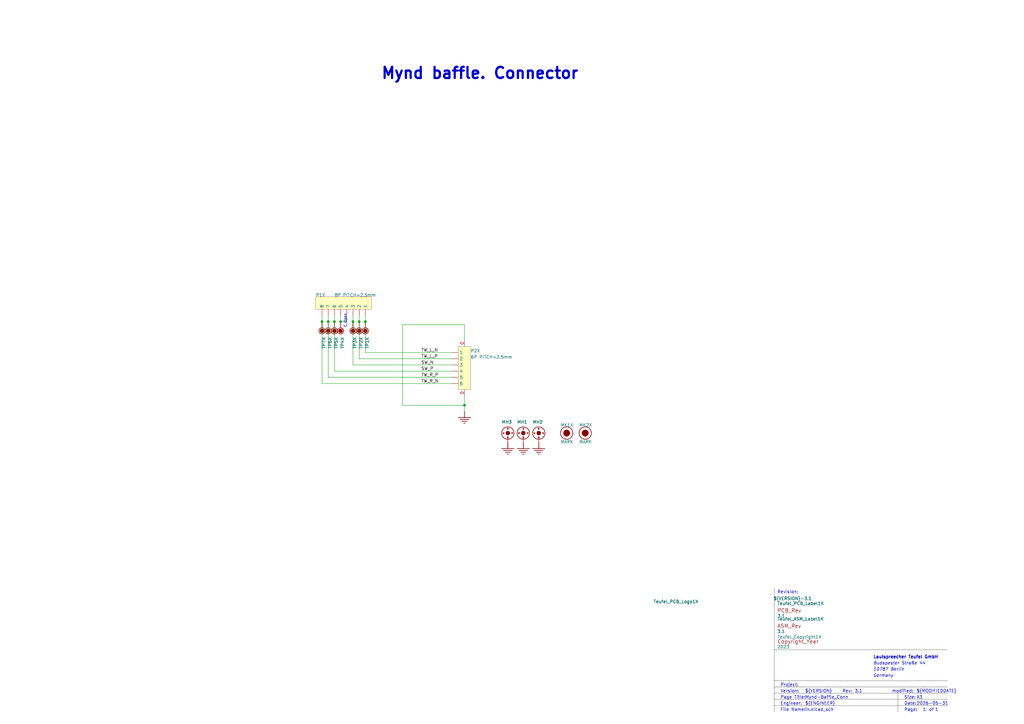
<source format=kicad_sch>
(kicad_sch
	(version 20231120)
	(generator "eeschema")
	(generator_version "8.0")
	(uuid "7a1a0072-acce-4832-9d24-052d912e4e84")
	(paper "A3")
	(title_block
		(title "Mynd-Baffle_Conn")
		(rev "3.1")
	)
	(lib_symbols
		(symbol "Mynd_Baffle-altium-import:GND_POWER_GROUND"
			(power)
			(exclude_from_sim no)
			(in_bom yes)
			(on_board yes)
			(property "Reference" "#PWR"
				(at 0 0 0)
				(effects
					(font
						(size 1.27 1.27)
					)
				)
			)
			(property "Value" "GND"
				(at 0 6.35 0)
				(effects
					(font
						(size 1.27 1.27)
					)
				)
			)
			(property "Footprint" ""
				(at 0 0 0)
				(effects
					(font
						(size 1.27 1.27)
					)
					(hide yes)
				)
			)
			(property "Datasheet" ""
				(at 0 0 0)
				(effects
					(font
						(size 1.27 1.27)
					)
					(hide yes)
				)
			)
			(property "Description" "Spannungssymbol erstellt einen globalen Bezeichner mit Namen \"GND\""
				(at 0 0 0)
				(effects
					(font
						(size 1.27 1.27)
					)
					(hide yes)
				)
			)
			(property "ki_keywords" "power-flag"
				(at 0 0 0)
				(effects
					(font
						(size 1.27 1.27)
					)
					(hide yes)
				)
			)
			(symbol "GND_POWER_GROUND_0_0"
				(polyline
					(pts
						(xy -2.54 -2.54) (xy 2.54 -2.54)
					)
					(stroke
						(width 0.254)
						(type solid)
					)
					(fill
						(type none)
					)
				)
				(polyline
					(pts
						(xy -1.778 -3.302) (xy 1.778 -3.302)
					)
					(stroke
						(width 0.254)
						(type solid)
					)
					(fill
						(type none)
					)
				)
				(polyline
					(pts
						(xy -1.016 -4.064) (xy 1.016 -4.064)
					)
					(stroke
						(width 0.254)
						(type solid)
					)
					(fill
						(type none)
					)
				)
				(polyline
					(pts
						(xy -0.254 -4.826) (xy 0.254 -4.826)
					)
					(stroke
						(width 0.254)
						(type solid)
					)
					(fill
						(type none)
					)
				)
				(polyline
					(pts
						(xy 0 0) (xy 0 -2.54)
					)
					(stroke
						(width 0.254)
						(type solid)
					)
					(fill
						(type none)
					)
				)
				(pin power_in line
					(at 0 0 0)
					(length 0) hide
					(name "GND"
						(effects
							(font
								(size 1.27 1.27)
							)
						)
					)
					(number ""
						(effects
							(font
								(size 1.27 1.27)
							)
						)
					)
				)
			)
		)
		(symbol "Mynd_Baffle-altium-import:root_0_MARK"
			(exclude_from_sim no)
			(in_bom yes)
			(on_board yes)
			(property "Reference" ""
				(at 0 0 0)
				(effects
					(font
						(size 1.27 1.27)
					)
				)
			)
			(property "Value" ""
				(at 0 0 0)
				(effects
					(font
						(size 1.27 1.27)
					)
				)
			)
			(property "Footprint" ""
				(at 0 0 0)
				(effects
					(font
						(size 1.27 1.27)
					)
					(hide yes)
				)
			)
			(property "Datasheet" ""
				(at 0 0 0)
				(effects
					(font
						(size 1.27 1.27)
					)
					(hide yes)
				)
			)
			(property "Description" "MARK DOT"
				(at 0 0 0)
				(effects
					(font
						(size 1.27 1.27)
					)
					(hide yes)
				)
			)
			(property "ki_fp_filters" "*MARK*"
				(at 0 0 0)
				(effects
					(font
						(size 1.27 1.27)
					)
					(hide yes)
				)
			)
			(symbol "root_0_MARK_1_0"
				(circle
					(center 0 0)
					(radius 1.27)
					(stroke
						(width 0.254)
						(type solid)
					)
					(fill
						(type outline)
					)
				)
				(circle
					(center 0 0)
					(radius 2.54)
					(stroke
						(width 0.254)
						(type solid)
					)
					(fill
						(type none)
					)
				)
				(pin passive line
					(at 1.27 0 180)
					(length 1.27)
					(name "MK_B"
						(effects
							(font
								(size 0 0)
							)
						)
					)
					(number "MK_B"
						(effects
							(font
								(size 0 0)
							)
						)
					)
				)
				(pin passive line
					(at -1.27 0 0)
					(length 1.27)
					(name "MK_T"
						(effects
							(font
								(size 0 0)
							)
						)
					)
					(number "MK_T"
						(effects
							(font
								(size 0 0)
							)
						)
					)
				)
			)
		)
		(symbol "Mynd_Baffle-altium-import:root_0_Teufel NoLogo"
			(exclude_from_sim no)
			(in_bom yes)
			(on_board yes)
			(property "Reference" ""
				(at 0 0 0)
				(effects
					(font
						(size 1.27 1.27)
					)
				)
			)
			(property "Value" ""
				(at 0 0 0)
				(effects
					(font
						(size 1.27 1.27)
					)
				)
			)
			(property "Footprint" ""
				(at 0 0 0)
				(effects
					(font
						(size 1.27 1.27)
					)
					(hide yes)
				)
			)
			(property "Datasheet" ""
				(at 0 0 0)
				(effects
					(font
						(size 1.27 1.27)
					)
					(hide yes)
				)
			)
			(property "Description" "Teufel PCB NoLogo"
				(at 0 0 0)
				(effects
					(font
						(size 1.27 1.27)
					)
					(hide yes)
				)
			)
			(property "ki_fp_filters" "*Teufel_NoLogo*"
				(at 0 0 0)
				(effects
					(font
						(size 1.27 1.27)
					)
					(hide yes)
				)
			)
		)
		(symbol "Mynd_Baffle-altium-import:root_0_Teufel_ASM_Label"
			(exclude_from_sim no)
			(in_bom yes)
			(on_board yes)
			(property "Reference" ""
				(at 0 0 0)
				(effects
					(font
						(size 1.27 1.27)
					)
				)
			)
			(property "Value" ""
				(at 0 0 0)
				(effects
					(font
						(size 1.27 1.27)
					)
				)
			)
			(property "Footprint" ""
				(at 0 0 0)
				(effects
					(font
						(size 1.27 1.27)
					)
					(hide yes)
				)
			)
			(property "Datasheet" ""
				(at 0 0 0)
				(effects
					(font
						(size 1.27 1.27)
					)
					(hide yes)
				)
			)
			(property "Description" "Teufel_ASM_Rev"
				(at 0 0 0)
				(effects
					(font
						(size 1.27 1.27)
					)
					(hide yes)
				)
			)
			(property "ki_fp_filters" "*Teufel_ASM_Rev*"
				(at 0 0 0)
				(effects
					(font
						(size 1.27 1.27)
					)
					(hide yes)
				)
			)
			(symbol "root_0_Teufel_ASM_Label_1_0"
				(text "ASM_Rev"
					(at 0 0 0)
					(effects
						(font
							(size 1.524 1.524)
						)
						(justify left bottom)
					)
				)
			)
		)
		(symbol "Mynd_Baffle-altium-import:root_0_Teufel_Copyright"
			(exclude_from_sim no)
			(in_bom yes)
			(on_board yes)
			(property "Reference" ""
				(at 0 0 0)
				(effects
					(font
						(size 1.27 1.27)
					)
				)
			)
			(property "Value" ""
				(at 0 0 0)
				(effects
					(font
						(size 1.27 1.27)
					)
				)
			)
			(property "Footprint" ""
				(at 0 0 0)
				(effects
					(font
						(size 1.27 1.27)
					)
					(hide yes)
				)
			)
			(property "Datasheet" ""
				(at 0 0 0)
				(effects
					(font
						(size 1.27 1.27)
					)
					(hide yes)
				)
			)
			(property "Description" "Teufel_Copyright_Year"
				(at 0 0 0)
				(effects
					(font
						(size 1.27 1.27)
					)
					(hide yes)
				)
			)
			(property "ki_fp_filters" "*TEUFEL_COPYRIGHT*"
				(at 0 0 0)
				(effects
					(font
						(size 1.27 1.27)
					)
					(hide yes)
				)
			)
			(symbol "root_0_Teufel_Copyright_1_0"
				(text "Copyright_Year"
					(at 0 0 0)
					(effects
						(font
							(size 1.524 1.524)
						)
						(justify left bottom)
					)
				)
			)
		)
		(symbol "Mynd_Baffle-altium-import:root_0_Teufel_PCB_Label"
			(exclude_from_sim no)
			(in_bom yes)
			(on_board yes)
			(property "Reference" ""
				(at 0 0 0)
				(effects
					(font
						(size 1.27 1.27)
					)
				)
			)
			(property "Value" ""
				(at 0 0 0)
				(effects
					(font
						(size 1.27 1.27)
					)
				)
			)
			(property "Footprint" ""
				(at 0 0 0)
				(effects
					(font
						(size 1.27 1.27)
					)
					(hide yes)
				)
			)
			(property "Datasheet" ""
				(at 0 0 0)
				(effects
					(font
						(size 1.27 1.27)
					)
					(hide yes)
				)
			)
			(property "Description" "Teufel_PCB_Label"
				(at 0 0 0)
				(effects
					(font
						(size 1.27 1.27)
					)
					(hide yes)
				)
			)
			(property "ki_fp_filters" "*Teufel_PCB_Rev*"
				(at 0 0 0)
				(effects
					(font
						(size 1.27 1.27)
					)
					(hide yes)
				)
			)
			(symbol "root_0_Teufel_PCB_Label_1_0"
				(text "PCB_Rev"
					(at 0 0 0)
					(effects
						(font
							(size 1.524 1.524)
						)
						(justify left bottom)
					)
				)
			)
		)
		(symbol "Mynd_Baffle-altium-import:root_0_mirrored_CON 6P_F"
			(exclude_from_sim no)
			(in_bom yes)
			(on_board yes)
			(property "Reference" ""
				(at 0 0 0)
				(effects
					(font
						(size 1.27 1.27)
					)
				)
			)
			(property "Value" ""
				(at 0 0 0)
				(effects
					(font
						(size 1.27 1.27)
					)
				)
			)
			(property "Footprint" ""
				(at 0 0 0)
				(effects
					(font
						(size 1.27 1.27)
					)
					(hide yes)
				)
			)
			(property "Datasheet" ""
				(at 0 0 0)
				(effects
					(font
						(size 1.27 1.27)
					)
					(hide yes)
				)
			)
			(property "Description" "GS SMD WTB CONNECTOR 6P P2.5mm"
				(at 0 0 0)
				(effects
					(font
						(size 1.27 1.27)
					)
					(hide yes)
				)
			)
			(property "ki_fp_filters" "*CON_250_SMD_V_6P*"
				(at 0 0 0)
				(effects
					(font
						(size 1.27 1.27)
					)
					(hide yes)
				)
			)
			(symbol "root_0_mirrored_CON 6P_F_1_0"
				(rectangle
					(start 0 0)
					(end -5.08 -17.78)
					(stroke
						(width 0.0254)
						(type solid)
						(color 128 0 0 1)
					)
					(fill
						(type background)
					)
				)
				(pin passive line
					(at -2.54 -20.32 90)
					(length 2.54)
					(name "0"
						(effects
							(font
								(size 0 0)
							)
						)
					)
					(number "0"
						(effects
							(font
								(size 1.27 1.27)
							)
						)
					)
				)
				(pin passive line
					(at -2.54 2.54 270)
					(length 2.54)
					(name "0"
						(effects
							(font
								(size 0 0)
							)
						)
					)
					(number "0"
						(effects
							(font
								(size 1.27 1.27)
							)
						)
					)
				)
				(pin passive line
					(at -7.62 -2.54 0)
					(length 2.54)
					(name "1"
						(effects
							(font
								(size 1.27 1.27)
							)
						)
					)
					(number "1"
						(effects
							(font
								(size 0 0)
							)
						)
					)
				)
				(pin passive line
					(at -7.62 -5.08 0)
					(length 2.54)
					(name "2"
						(effects
							(font
								(size 1.27 1.27)
							)
						)
					)
					(number "2"
						(effects
							(font
								(size 0 0)
							)
						)
					)
				)
				(pin passive line
					(at -7.62 -7.62 0)
					(length 2.54)
					(name "3"
						(effects
							(font
								(size 1.27 1.27)
							)
						)
					)
					(number "3"
						(effects
							(font
								(size 0 0)
							)
						)
					)
				)
				(pin passive line
					(at -7.62 -10.16 0)
					(length 2.54)
					(name "4"
						(effects
							(font
								(size 1.27 1.27)
							)
						)
					)
					(number "4"
						(effects
							(font
								(size 0 0)
							)
						)
					)
				)
				(pin passive line
					(at -7.62 -12.7 0)
					(length 2.54)
					(name "5"
						(effects
							(font
								(size 1.27 1.27)
							)
						)
					)
					(number "5"
						(effects
							(font
								(size 0 0)
							)
						)
					)
				)
				(pin passive line
					(at -7.62 -15.24 0)
					(length 2.54)
					(name "6"
						(effects
							(font
								(size 1.27 1.27)
							)
						)
					)
					(number "6"
						(effects
							(font
								(size 0 0)
							)
						)
					)
				)
			)
		)
		(symbol "Mynd_Baffle-altium-import:root_1_SCREW_HOLE"
			(exclude_from_sim no)
			(in_bom yes)
			(on_board yes)
			(property "Reference" ""
				(at 0 0 0)
				(effects
					(font
						(size 1.27 1.27)
					)
				)
			)
			(property "Value" ""
				(at 0 0 0)
				(effects
					(font
						(size 1.27 1.27)
					)
				)
			)
			(property "Footprint" ""
				(at 0 0 0)
				(effects
					(font
						(size 1.27 1.27)
					)
					(hide yes)
				)
			)
			(property "Datasheet" ""
				(at 0 0 0)
				(effects
					(font
						(size 1.27 1.27)
					)
					(hide yes)
				)
			)
			(property "Description" "SCREW_HOLE D3.5mm"
				(at 0 0 0)
				(effects
					(font
						(size 1.27 1.27)
					)
					(hide yes)
				)
			)
			(property "ki_fp_filters" "*SCREW_D35*"
				(at 0 0 0)
				(effects
					(font
						(size 1.27 1.27)
					)
					(hide yes)
				)
			)
			(symbol "root_1_SCREW_HOLE_1_0"
				(bezier
					(pts
						(xy -2.032 3.81) (xy -2.032 3.7398) (xy -1.9183 3.683) (xy -1.778 3.683)
					)
					(stroke
						(width 0.254)
						(type solid)
					)
					(fill
						(type outline)
					)
				)
				(bezier
					(pts
						(xy -1.778 3.683) (xy -1.6378 3.683) (xy -1.524 3.7398) (xy -1.524 3.81)
					)
					(stroke
						(width 0.254)
						(type solid)
					)
					(fill
						(type outline)
					)
				)
				(bezier
					(pts
						(xy -1.778 3.937) (xy -1.9183 3.937) (xy -2.032 3.8801) (xy -2.032 3.81)
					)
					(stroke
						(width 0.254)
						(type solid)
					)
					(fill
						(type outline)
					)
				)
				(bezier
					(pts
						(xy -1.524 3.81) (xy -1.524 3.8801) (xy -1.6378 3.937) (xy -1.778 3.937)
					)
					(stroke
						(width 0.254)
						(type solid)
					)
					(fill
						(type outline)
					)
				)
				(bezier
					(pts
						(xy -0.127 2.032) (xy -0.127 1.8917) (xy -0.0702 1.778) (xy 0 1.778)
					)
					(stroke
						(width 0.254)
						(type solid)
					)
					(fill
						(type outline)
					)
				)
				(bezier
					(pts
						(xy -0.127 5.588) (xy -0.127 5.4477) (xy -0.0702 5.334) (xy 0 5.334)
					)
					(stroke
						(width 0.254)
						(type solid)
					)
					(fill
						(type outline)
					)
				)
				(polyline
					(pts
						(xy -1.524 3.81) (xy -1.778 3.937) (xy -2.032 3.81) (xy -1.778 3.683) (xy -1.524 3.81)
					)
					(stroke
						(width -0.0001)
						(type default)
					)
					(fill
						(type outline)
					)
				)
				(polyline
					(pts
						(xy 0.127 2.032) (xy 0 2.286) (xy -0.127 2.032) (xy 0 1.778) (xy 0.127 2.032)
					)
					(stroke
						(width -0.0001)
						(type default)
					)
					(fill
						(type outline)
					)
				)
				(polyline
					(pts
						(xy 0.127 5.588) (xy 0 5.842) (xy -0.127 5.588) (xy 0 5.334) (xy 0.127 5.588)
					)
					(stroke
						(width -0.0001)
						(type default)
					)
					(fill
						(type outline)
					)
				)
				(polyline
					(pts
						(xy 2.032 3.81) (xy 1.778 3.937) (xy 1.524 3.81) (xy 1.778 3.683) (xy 2.032 3.81)
					)
					(stroke
						(width -0.0001)
						(type default)
					)
					(fill
						(type outline)
					)
				)
				(bezier
					(pts
						(xy 0 1.778) (xy 0.0701 1.778) (xy 0.127 1.8917) (xy 0.127 2.032)
					)
					(stroke
						(width 0.254)
						(type solid)
					)
					(fill
						(type outline)
					)
				)
				(bezier
					(pts
						(xy 0 2.286) (xy -0.0702 2.286) (xy -0.127 2.1722) (xy -0.127 2.032)
					)
					(stroke
						(width 0.254)
						(type solid)
					)
					(fill
						(type outline)
					)
				)
				(circle
					(center 0 3.81)
					(radius 0.762)
					(stroke
						(width 0.254)
						(type solid)
					)
					(fill
						(type outline)
					)
				)
				(circle
					(center 0 3.81)
					(radius 2.54)
					(stroke
						(width 0.254)
						(type solid)
					)
					(fill
						(type none)
					)
				)
				(bezier
					(pts
						(xy 0 5.334) (xy 0.0701 5.334) (xy 0.127 5.4477) (xy 0.127 5.588)
					)
					(stroke
						(width 0.254)
						(type solid)
					)
					(fill
						(type outline)
					)
				)
				(bezier
					(pts
						(xy 0 5.842) (xy -0.0702 5.842) (xy -0.127 5.7282) (xy -0.127 5.588)
					)
					(stroke
						(width 0.254)
						(type solid)
					)
					(fill
						(type outline)
					)
				)
				(bezier
					(pts
						(xy 0.127 2.032) (xy 0.127 2.1722) (xy 0.0701 2.286) (xy 0 2.286)
					)
					(stroke
						(width 0.254)
						(type solid)
					)
					(fill
						(type outline)
					)
				)
				(bezier
					(pts
						(xy 0.127 5.588) (xy 0.127 5.7282) (xy 0.0701 5.842) (xy 0 5.842)
					)
					(stroke
						(width 0.254)
						(type solid)
					)
					(fill
						(type outline)
					)
				)
				(bezier
					(pts
						(xy 1.524 3.81) (xy 1.524 3.7398) (xy 1.6377 3.683) (xy 1.778 3.683)
					)
					(stroke
						(width 0.254)
						(type solid)
					)
					(fill
						(type outline)
					)
				)
				(bezier
					(pts
						(xy 1.778 3.683) (xy 1.9182 3.683) (xy 2.032 3.7398) (xy 2.032 3.81)
					)
					(stroke
						(width 0.254)
						(type solid)
					)
					(fill
						(type outline)
					)
				)
				(bezier
					(pts
						(xy 1.778 3.937) (xy 1.6377 3.937) (xy 1.524 3.8801) (xy 1.524 3.81)
					)
					(stroke
						(width 0.254)
						(type solid)
					)
					(fill
						(type outline)
					)
				)
				(bezier
					(pts
						(xy 2.032 3.81) (xy 2.032 3.8801) (xy 1.9182 3.937) (xy 1.778 3.937)
					)
					(stroke
						(width 0.254)
						(type solid)
					)
					(fill
						(type outline)
					)
				)
				(pin passive line
					(at 0 0 90)
					(length 2.54)
					(name "1"
						(effects
							(font
								(size 0 0)
							)
						)
					)
					(number "1"
						(effects
							(font
								(size 0 0)
							)
						)
					)
				)
			)
		)
		(symbol "Mynd_Baffle-altium-import:root_3_CON 8P"
			(exclude_from_sim no)
			(in_bom yes)
			(on_board yes)
			(property "Reference" ""
				(at 0 0 0)
				(effects
					(font
						(size 1.27 1.27)
					)
				)
			)
			(property "Value" ""
				(at 0 0 0)
				(effects
					(font
						(size 1.27 1.27)
					)
				)
			)
			(property "Footprint" ""
				(at 0 0 0)
				(effects
					(font
						(size 1.27 1.27)
					)
					(hide yes)
				)
			)
			(property "Datasheet" ""
				(at 0 0 0)
				(effects
					(font
						(size 1.27 1.27)
					)
					(hide yes)
				)
			)
			(property "Description" "SMD BTB CONNECTOR 8P P2.5mm GOLD"
				(at 0 0 0)
				(effects
					(font
						(size 1.27 1.27)
					)
					(hide yes)
				)
			)
			(property "ki_fp_filters" "*TSB1_05282*"
				(at 0 0 0)
				(effects
					(font
						(size 1.27 1.27)
					)
					(hide yes)
				)
			)
			(symbol "root_3_CON 8P_1_0"
				(rectangle
					(start 0 0)
					(end -22.86 -5.08)
					(stroke
						(width 0.0254)
						(type solid)
						(color 128 0 0 1)
					)
					(fill
						(type background)
					)
				)
				(pin passive line
					(at -2.54 -7.62 90)
					(length 2.54)
					(name "1"
						(effects
							(font
								(size 1.27 1.27)
							)
						)
					)
					(number "1"
						(effects
							(font
								(size 0 0)
							)
						)
					)
				)
				(pin passive line
					(at -5.08 -7.62 90)
					(length 2.54)
					(name "2"
						(effects
							(font
								(size 1.27 1.27)
							)
						)
					)
					(number "2"
						(effects
							(font
								(size 0 0)
							)
						)
					)
				)
				(pin passive line
					(at -7.62 -7.62 90)
					(length 2.54)
					(name "3"
						(effects
							(font
								(size 1.27 1.27)
							)
						)
					)
					(number "3"
						(effects
							(font
								(size 0 0)
							)
						)
					)
				)
				(pin passive line
					(at -10.16 -7.62 90)
					(length 2.54)
					(name "4"
						(effects
							(font
								(size 1.27 1.27)
							)
						)
					)
					(number "4"
						(effects
							(font
								(size 0 0)
							)
						)
					)
				)
				(pin passive line
					(at -12.7 -7.62 90)
					(length 2.54)
					(name "5"
						(effects
							(font
								(size 1.27 1.27)
							)
						)
					)
					(number "5"
						(effects
							(font
								(size 0 0)
							)
						)
					)
				)
				(pin passive line
					(at -15.24 -7.62 90)
					(length 2.54)
					(name "6"
						(effects
							(font
								(size 1.27 1.27)
							)
						)
					)
					(number "6"
						(effects
							(font
								(size 0 0)
							)
						)
					)
				)
				(pin passive line
					(at -17.78 -7.62 90)
					(length 2.54)
					(name "7"
						(effects
							(font
								(size 1.27 1.27)
							)
						)
					)
					(number "7"
						(effects
							(font
								(size 0 0)
							)
						)
					)
				)
				(pin passive line
					(at -20.32 -7.62 90)
					(length 2.54)
					(name "8"
						(effects
							(font
								(size 1.27 1.27)
							)
						)
					)
					(number "8"
						(effects
							(font
								(size 0 0)
							)
						)
					)
				)
			)
		)
		(symbol "Mynd_Baffle-altium-import:root_3_TP"
			(exclude_from_sim no)
			(in_bom yes)
			(on_board yes)
			(property "Reference" ""
				(at 0 0 0)
				(effects
					(font
						(size 1.27 1.27)
					)
				)
			)
			(property "Value" ""
				(at 0 0 0)
				(effects
					(font
						(size 1.27 1.27)
					)
				)
			)
			(property "Footprint" ""
				(at 0 0 0)
				(effects
					(font
						(size 1.27 1.27)
					)
					(hide yes)
				)
			)
			(property "Datasheet" ""
				(at 0 0 0)
				(effects
					(font
						(size 1.27 1.27)
					)
					(hide yes)
				)
			)
			(property "Description" "Test Point"
				(at 0 0 0)
				(effects
					(font
						(size 1.27 1.27)
					)
					(hide yes)
				)
			)
			(property "ki_fp_filters" "*TP120*"
				(at 0 0 0)
				(effects
					(font
						(size 1.27 1.27)
					)
					(hide yes)
				)
			)
			(symbol "root_3_TP_1_0"
				(circle
					(center 0 -3.81)
					(radius 0.762)
					(stroke
						(width 0.254)
						(type solid)
					)
					(fill
						(type outline)
					)
				)
				(circle
					(center 0 -3.81)
					(radius 1.27)
					(stroke
						(width 0.254)
						(type solid)
					)
					(fill
						(type none)
					)
				)
				(pin passive line
					(at 0 0 270)
					(length 2.54)
					(name "1"
						(effects
							(font
								(size 0 0)
							)
						)
					)
					(number "1"
						(effects
							(font
								(size 0 0)
							)
						)
					)
				)
			)
		)
	)
	(junction
		(at 134.62 131.9022)
		(diameter 0)
		(color 0 0 0 0)
		(uuid "177d1db5-4059-441b-9e31-a30d7833527e")
	)
	(junction
		(at 139.7 131.9022)
		(diameter 0)
		(color 0 0 0 0)
		(uuid "26bd77ab-c1f3-4eee-9021-b46eef69efa5")
	)
	(junction
		(at 190.5 166.1922)
		(diameter 0)
		(color 0 0 0 0)
		(uuid "27cb47c6-b222-4f32-9bd0-af95e0680f8a")
	)
	(junction
		(at 132.08 131.9022)
		(diameter 0)
		(color 0 0 0 0)
		(uuid "480b3b80-3bd2-42cb-8ac7-d2a959494c2a")
	)
	(junction
		(at 149.86 131.9022)
		(diameter 0)
		(color 0 0 0 0)
		(uuid "85a61743-69bc-48a3-a6c1-e0f2c9366c80")
	)
	(junction
		(at 147.32 131.9022)
		(diameter 0)
		(color 0 0 0 0)
		(uuid "a1e06718-ed08-4507-9514-8974734aaa82")
	)
	(junction
		(at 137.16 131.9022)
		(diameter 0)
		(color 0 0 0 0)
		(uuid "c5ddb8fa-0cec-4612-af4c-87df844f2bad")
	)
	(junction
		(at 144.78 131.9022)
		(diameter 0)
		(color 0 0 0 0)
		(uuid "edf0598a-5a48-4686-ae14-bb9cc1092a6f")
	)
	(wire
		(pts
			(xy 142.24 131.9022) (xy 139.7 131.9022)
		)
		(stroke
			(width 0)
			(type default)
		)
		(uuid "06f6e834-9537-4096-8da5-4ca8b8a506ef")
	)
	(polyline
		(pts
			(xy 317.5 266.5222) (xy 317.5 241.1222)
		)
		(stroke
			(width 0.0254)
			(type solid)
			(color 0 0 0 1)
		)
		(uuid "08ee9a95-6488-469f-b674-15c0e4e04fbf")
	)
	(wire
		(pts
			(xy 165.1 133.1722) (xy 165.1 166.1922)
		)
		(stroke
			(width 0)
			(type default)
		)
		(uuid "1379ec02-02be-4102-b149-8607e916b7c8")
	)
	(polyline
		(pts
			(xy 317.5 289.3822) (xy 388.62 289.3822)
		)
		(stroke
			(width 0.0254)
			(type solid)
			(color 0 0 0 1)
		)
		(uuid "140e5f13-2c77-4780-8309-a476000e3072")
	)
	(wire
		(pts
			(xy 137.16 129.3622) (xy 137.16 131.9022)
		)
		(stroke
			(width 0)
			(type default)
		)
		(uuid "1574685d-73e6-4398-b5b4-19e22abf7dfe")
	)
	(polyline
		(pts
			(xy 317.5 279.2222) (xy 388.62 279.2222)
		)
		(stroke
			(width 0.0254)
			(type solid)
			(color 0 0 0 1)
		)
		(uuid "19c31a9f-95da-46fb-b8d4-6ab35c16b458")
	)
	(wire
		(pts
			(xy 185.42 154.7622) (xy 134.62 154.7622)
		)
		(stroke
			(width 0)
			(type default)
		)
		(uuid "24523e24-0496-4f86-9a98-2f13b80bb1b4")
	)
	(wire
		(pts
			(xy 185.42 149.6822) (xy 144.78 149.6822)
		)
		(stroke
			(width 0)
			(type default)
		)
		(uuid "24ac47a4-360e-4cb6-8015-88101941ae41")
	)
	(wire
		(pts
			(xy 185.42 147.1422) (xy 147.32 147.1422)
		)
		(stroke
			(width 0)
			(type default)
		)
		(uuid "250f6fed-2406-4c20-a734-062cb637954b")
	)
	(wire
		(pts
			(xy 149.86 129.3622) (xy 149.86 131.9022)
		)
		(stroke
			(width 0)
			(type default)
		)
		(uuid "34677a0d-a65b-4159-8086-c01ddbdf03de")
	)
	(wire
		(pts
			(xy 134.62 131.9022) (xy 134.62 129.3622)
		)
		(stroke
			(width 0)
			(type default)
		)
		(uuid "3b004032-8a26-4799-a00b-a90281d06b01")
	)
	(wire
		(pts
			(xy 190.5 139.5222) (xy 190.5 133.1722)
		)
		(stroke
			(width 0)
			(type default)
		)
		(uuid "3ef166ef-400d-4565-a080-457247c451b6")
	)
	(wire
		(pts
			(xy 144.78 131.9022) (xy 144.78 129.3622)
		)
		(stroke
			(width 0)
			(type default)
		)
		(uuid "4cfcbffb-212a-4852-b0f1-19a7690133c7")
	)
	(wire
		(pts
			(xy 165.1 166.1922) (xy 190.5 166.1922)
		)
		(stroke
			(width 0)
			(type default)
		)
		(uuid "5202c1df-83d6-4fd2-8b4e-0c5e9b5b16c0")
	)
	(wire
		(pts
			(xy 142.24 129.3622) (xy 142.24 131.9022)
		)
		(stroke
			(width 0)
			(type default)
		)
		(uuid "5a0a0c5c-2007-406d-a4c2-9d0306a16aec")
	)
	(wire
		(pts
			(xy 149.86 131.9022) (xy 149.86 144.6022)
		)
		(stroke
			(width 0)
			(type default)
		)
		(uuid "5ca0f820-6e6a-4443-a37b-51605c24837a")
	)
	(wire
		(pts
			(xy 132.08 157.3022) (xy 185.42 157.3022)
		)
		(stroke
			(width 0)
			(type default)
		)
		(uuid "60952a68-a31a-4053-92e0-f83e7a2f1108")
	)
	(wire
		(pts
			(xy 190.5 133.1722) (xy 165.1 133.1722)
		)
		(stroke
			(width 0)
			(type default)
		)
		(uuid "6338ec7c-6f47-4383-9269-3d2cac20bf42")
	)
	(wire
		(pts
			(xy 147.32 147.1422) (xy 147.32 131.9022)
		)
		(stroke
			(width 0)
			(type default)
		)
		(uuid "64794100-2f2b-46ff-b859-af6c49fd8f5b")
	)
	(wire
		(pts
			(xy 132.08 129.3622) (xy 132.08 131.9022)
		)
		(stroke
			(width 0)
			(type default)
		)
		(uuid "6c0811d9-c68e-46b2-ba28-223c053a767d")
	)
	(polyline
		(pts
			(xy 317.5 281.7622) (xy 388.62 281.7622)
		)
		(stroke
			(width 0.0254)
			(type solid)
			(color 0 0 0 1)
		)
		(uuid "74701e91-3262-4a4e-941e-39df6a72af0b")
	)
	(polyline
		(pts
			(xy 317.5 284.3022) (xy 388.62 284.3022)
		)
		(stroke
			(width 0.0254)
			(type solid)
			(color 0 0 0 1)
		)
		(uuid "7c6ad586-69d6-4405-b56a-ff674790aba4")
	)
	(wire
		(pts
			(xy 139.7 129.3622) (xy 139.7 131.9022)
		)
		(stroke
			(width 0)
			(type default)
		)
		(uuid "81c323d0-a7f4-4ff3-ab66-f20c69b9d3f5")
	)
	(wire
		(pts
			(xy 137.16 152.2222) (xy 185.42 152.2222)
		)
		(stroke
			(width 0)
			(type default)
		)
		(uuid "8c1944ad-d39b-47e8-91d9-d5ac511d004e")
	)
	(polyline
		(pts
			(xy 368.3 291.9222) (xy 368.3 284.3022)
		)
		(stroke
			(width 0.0254)
			(type solid)
			(color 0 0 0 1)
		)
		(uuid "8d47a0af-3cc7-46fe-84fc-80e254f11a64")
	)
	(wire
		(pts
			(xy 137.16 131.9022) (xy 137.16 152.2222)
		)
		(stroke
			(width 0)
			(type default)
		)
		(uuid "8ec07530-2271-4230-8bef-beed1d21f966")
	)
	(wire
		(pts
			(xy 149.86 144.6022) (xy 185.42 144.6022)
		)
		(stroke
			(width 0)
			(type default)
		)
		(uuid "948c9778-0b24-4ef0-89bc-2a2ca35d11cc")
	)
	(wire
		(pts
			(xy 190.5 166.1922) (xy 190.5 162.3822)
		)
		(stroke
			(width 0)
			(type default)
		)
		(uuid "96ec3c1c-f3e1-4b08-879d-f65a3ee4456b")
	)
	(polyline
		(pts
			(xy 317.5 286.8422) (xy 388.62 286.8422)
		)
		(stroke
			(width 0.0254)
			(type solid)
			(color 0 0 0 1)
		)
		(uuid "ae632f93-73d8-4ab6-847c-516035a077e1")
	)
	(polyline
		(pts
			(xy 317.5 266.5222) (xy 388.62 266.5222)
		)
		(stroke
			(width 0.0254)
			(type solid)
			(color 0 0 0 1)
		)
		(uuid "aecd4f48-d524-448a-8d98-cfbfe8154f82")
	)
	(wire
		(pts
			(xy 134.62 154.7622) (xy 134.62 131.9022)
		)
		(stroke
			(width 0)
			(type default)
		)
		(uuid "c15c1515-1b23-4f1c-9725-aa12181a1e65")
	)
	(wire
		(pts
			(xy 147.32 131.9022) (xy 147.32 129.3622)
		)
		(stroke
			(width 0)
			(type default)
		)
		(uuid "c9fa7a97-deb6-4334-88e4-adc2c93f706b")
	)
	(polyline
		(pts
			(xy 317.5 291.9222) (xy 317.5 266.5222)
		)
		(stroke
			(width 0.0254)
			(type solid)
			(color 0 0 0 1)
		)
		(uuid "d9a99935-29f1-4499-ab68-e81d2ee4f2ff")
	)
	(wire
		(pts
			(xy 144.78 149.6822) (xy 144.78 131.9022)
		)
		(stroke
			(width 0)
			(type default)
		)
		(uuid "e3b468ef-20ae-4f0f-bf19-e8d2a5f43d87")
	)
	(wire
		(pts
			(xy 190.5 168.7322) (xy 190.5 166.1922)
		)
		(stroke
			(width 0)
			(type default)
		)
		(uuid "e42a9a8c-24b0-468b-b73c-73fd3c29550f")
	)
	(wire
		(pts
			(xy 132.08 131.9022) (xy 132.08 157.3022)
		)
		(stroke
			(width 0)
			(type default)
		)
		(uuid "eb61fb30-49c5-4891-83f9-935edd852399")
	)
	(text "modified:"
		(exclude_from_sim no)
		(at 365.76 284.3022 0)
		(effects
			(font
				(size 1.27 1.27)
			)
			(justify left bottom)
		)
		(uuid "0acb0787-8a8a-4ffa-b953-a95e75b7b2bd")
	)
	(text "C_Open"
		(exclude_from_sim no)
		(at 142.24 134.4422 90)
		(effects
			(font
				(size 1.016 1.016)
			)
			(justify left bottom)
		)
		(uuid "0b9b0d32-288b-47e2-b82d-d06cddd626c3")
	)
	(text "${CURRENT_DATE}"
		(exclude_from_sim no)
		(at 375.92 289.3822 0)
		(effects
			(font
				(size 1.27 1.27)
			)
			(justify left bottom)
		)
		(uuid "227341b3-a296-4b38-b237-85d5fc1357d8")
	)
	(text "Mynd baffle. Connector"
		(exclude_from_sim no)
		(at 196.85 32.8422 0)
		(effects
			(font
				(size 4.572 4.572)
				(thickness 0.9144)
				(bold yes)
			)
			(justify bottom)
		)
		(uuid "37f3a4ff-1f55-48d9-9d17-4bd8a78324cf")
	)
	(text "Version:"
		(exclude_from_sim no)
		(at 320.04 284.3022 0)
		(effects
			(font
				(size 1.27 1.27)
			)
			(justify left bottom)
		)
		(uuid "395cdbbf-2eaa-47f3-b5dc-158e3f0eae75")
	)
	(text "Date:"
		(exclude_from_sim no)
		(at 370.84 289.3822 0)
		(effects
			(font
				(size 1.27 1.27)
			)
			(justify left bottom)
		)
		(uuid "3e0fd898-3491-40f2-8202-2d60bf95c2e7")
	)
	(text "File Name:"
		(exclude_from_sim no)
		(at 320.04 291.9222 0)
		(effects
			(font
				(size 1.27 1.27)
			)
			(justify left bottom)
		)
		(uuid "3e6b932e-e5a2-4bb6-aa07-23aefc2d35d7")
	)
	(text "Page Title:"
		(exclude_from_sim no)
		(at 320.04 286.8422 0)
		(effects
			(font
				(size 1.27 1.27)
			)
			(justify left bottom)
		)
		(uuid "4048debf-6c17-4ede-aa85-24a37aa92e59")
	)
	(text "${FILENAME}"
		(exclude_from_sim no)
		(at 330.2 291.9222 0)
		(effects
			(font
				(size 1.27 1.27)
			)
			(justify left bottom)
		)
		(uuid "42604b71-2ee9-4213-a167-b0b06caa0182")
	)
	(text "${MODIFIEDDATE}"
		(exclude_from_sim no)
		(at 375.92 284.3022 0)
		(effects
			(font
				(size 1.27 1.27)
			)
			(justify left bottom)
		)
		(uuid "4ef73fb5-deab-44e8-8cf8-b30df4c77306")
	)
	(text "Lautspreecher Teufel GmbH"
		(exclude_from_sim no)
		(at 358.14 270.3322 0)
		(effects
			(font
				(size 1.27 1.27)
				(thickness 0.254)
				(bold yes)
			)
			(justify left bottom)
		)
		(uuid "572377f8-5394-41d5-9e5d-8ec92a79e28c")
	)
	(text "Engineer:"
		(exclude_from_sim no)
		(at 320.04 289.3822 0)
		(effects
			(font
				(size 1.27 1.27)
			)
			(justify left bottom)
		)
		(uuid "634795b1-25e9-4d33-bf4d-250e9d3fd5c3")
	)
	(text "${TITLE}"
		(exclude_from_sim no)
		(at 330.2 286.8422 0)
		(effects
			(font
				(size 1.27 1.27)
			)
			(justify left bottom)
		)
		(uuid "66e74434-502d-455a-9db0-3c3a8395ba1e")
	)
	(text "10787 Berlin"
		(exclude_from_sim no)
		(at 358.14 275.4122 0)
		(effects
			(font
				(size 1.27 1.27)
				(italic yes)
			)
			(justify left bottom)
		)
		(uuid "6b0797ab-929f-45b5-80f1-d360bb497f02")
	)
	(text "Budapester Straße 44"
		(exclude_from_sim no)
		(at 358.14 272.8722 0)
		(effects
			(font
				(size 1.27 1.27)
				(italic yes)
			)
			(justify left bottom)
		)
		(uuid "799ad10f-4656-4e73-8255-9645b6d9d847")
	)
	(text "${##}"
		(exclude_from_sim no)
		(at 383.54 291.9222 0)
		(effects
			(font
				(size 1.27 1.27)
			)
			(justify left bottom)
		)
		(uuid "7ac8548f-b93a-49bc-a766-5f40a10ec044")
	)
	(text "${ENGINEER}"
		(exclude_from_sim no)
		(at 330.2 289.3822 0)
		(effects
			(font
				(size 1.27 1.27)
			)
			(justify left bottom)
		)
		(uuid "97e4b070-7498-4946-a08e-6d9cdf14f50c")
	)
	(text "Project:"
		(exclude_from_sim no)
		(at 320.04 281.7622 0)
		(effects
			(font
				(size 1.27 1.27)
			)
			(justify left bottom)
		)
		(uuid "9a7cf859-9d36-49f7-bfed-09a89f7e9649")
	)
	(text "Rev:"
		(exclude_from_sim no)
		(at 345.44 284.3022 0)
		(effects
			(font
				(size 1.27 1.27)
			)
			(justify left bottom)
		)
		(uuid "a5e6f83c-064d-4158-a846-23ad45c8fd5b")
	)
	(text "${PROJECTNAME}"
		(exclude_from_sim no)
		(at 330.2 281.7622 0)
		(effects
			(font
				(size 1.27 1.27)
			)
			(justify left bottom)
		)
		(uuid "bb98f4e8-a0f8-4e80-a89f-1732cad7beea")
	)
	(text "of"
		(exclude_from_sim no)
		(at 381 291.9222 0)
		(effects
			(font
				(size 1.27 1.27)
			)
			(justify left bottom)
		)
		(uuid "c1b95146-d118-4769-b7c1-02604fd32bfe")
	)
	(text "${REVISION}"
		(exclude_from_sim no)
		(at 350.52 284.3022 0)
		(effects
			(font
				(size 1.27 1.27)
			)
			(justify left bottom)
		)
		(uuid "c9af7b20-a519-485d-baf8-971d4ec30359")
	)
	(text "${VERSION}"
		(exclude_from_sim no)
		(at 330.2 284.3022 0)
		(effects
			(font
				(size 1.27 1.27)
			)
			(justify left bottom)
		)
		(uuid "d5795725-b834-44d6-becb-e2008277004a")
	)
	(text "Revision:"
		(exclude_from_sim no)
		(at 318.77 243.6622 0)
		(effects
			(font
				(size 1.27 1.27)
			)
			(justify left bottom)
		)
		(uuid "da67ca7e-e8ac-4bcc-9f69-da2414c50f9a")
	)
	(text "${#}"
		(exclude_from_sim no)
		(at 378.46 291.9222 0)
		(effects
			(font
				(size 1.27 1.27)
			)
			(justify left bottom)
		)
		(uuid "df2a0182-89cd-4406-ba06-f005c147e97e")
	)
	(text "Size:"
		(exclude_from_sim no)
		(at 370.84 286.8422 0)
		(effects
			(font
				(size 1.27 1.27)
			)
			(justify left bottom)
		)
		(uuid "eb6e78a8-eb14-4b73-8d13-aef040fc07bd")
	)
	(text "Page:"
		(exclude_from_sim no)
		(at 370.84 291.9222 0)
		(effects
			(font
				(size 1.27 1.27)
			)
			(justify left bottom)
		)
		(uuid "efc60f8b-0e8f-48ea-86c5-f62c449108bf")
	)
	(text "A3"
		(exclude_from_sim no)
		(at 375.92 286.8422 0)
		(effects
			(font
				(size 1.27 1.27)
			)
			(justify left bottom)
		)
		(uuid "f00483b1-6a64-47f1-b1af-1992aacdec87")
	)
	(text "Germany"
		(exclude_from_sim no)
		(at 358.14 277.9522 0)
		(effects
			(font
				(size 1.27 1.27)
				(italic yes)
			)
			(justify left bottom)
		)
		(uuid "f62ba773-46b7-4d99-8a82-ae0c60d49626")
	)
	(label "TW_L_N"
		(at 172.72 144.6022 0)
		(effects
			(font
				(size 1.27 1.27)
			)
			(justify left bottom)
		)
		(uuid "2b68d939-94c8-4184-9725-61f755461cec")
	)
	(label "TW_R_N"
		(at 172.72 157.3022 0)
		(effects
			(font
				(size 1.27 1.27)
			)
			(justify left bottom)
		)
		(uuid "4a7ff84b-6a5d-472e-9fab-2e1a6fa98627")
	)
	(label "TW_L_P"
		(at 172.72 147.1422 0)
		(effects
			(font
				(size 1.27 1.27)
			)
			(justify left bottom)
		)
		(uuid "743ac65f-4507-4460-a84e-28778901e007")
	)
	(label "TW_R_P"
		(at 172.72 154.7622 0)
		(effects
			(font
				(size 1.27 1.27)
			)
			(justify left bottom)
		)
		(uuid "bff88157-ed3e-4516-9c61-36bd37b61df4")
	)
	(label "SW_N"
		(at 172.72 149.6822 0)
		(effects
			(font
				(size 1.27 1.27)
			)
			(justify left bottom)
		)
		(uuid "d5730202-7753-4dd1-945b-f89145ded721")
	)
	(label "SW_P"
		(at 172.72 152.2222 0)
		(effects
			(font
				(size 1.27 1.27)
			)
			(justify left bottom)
		)
		(uuid "e32a1b7b-a127-4d71-b4a5-4e3f3b3ba0f0")
	)
	(symbol
		(lib_id "Mynd_Baffle-altium-import:root_3_CON 8P")
		(at 152.4 121.7422 0)
		(unit 1)
		(exclude_from_sim no)
		(in_bom yes)
		(on_board yes)
		(dnp no)
		(uuid "3145988a-fa1c-4b0b-869d-c85681f3e8f9")
		(property "Reference" "P1X"
			(at 129.54 121.7422 0)
			(effects
				(font
					(size 1.27 1.27)
				)
				(justify left bottom)
			)
		)
		(property "Value" "${ALTIUM_VALUE}"
			(at 137.16 121.7422 0)
			(effects
				(font
					(size 1.27 1.27)
				)
				(justify left bottom)
			)
		)
		(property "Footprint" "TSB1_05282"
			(at 152.4 121.7422 0)
			(effects
				(font
					(size 1.27 1.27)
				)
				(hide yes)
			)
		)
		(property "Datasheet" ""
			(at 152.4 121.7422 0)
			(effects
				(font
					(size 1.27 1.27)
				)
				(hide yes)
			)
		)
		(property "Description" "SMD BTB CONNECTOR 8P P2.5mm GOLD"
			(at 152.4 121.7422 0)
			(effects
				(font
					(size 1.27 1.27)
				)
				(hide yes)
			)
		)
		(property "MANUFACTURER" "Generic"
			(at 129.54 121.7422 0)
			(effects
				(font
					(size 1.27 1.27)
				)
				(justify left bottom)
				(hide yes)
			)
		)
		(property "SYSTEM" "Connector"
			(at 129.54 132.4102 0)
			(effects
				(font
					(size 1.27 1.27)
				)
				(justify left bottom)
				(hide yes)
			)
		)
		(property "PART_NUMBER" "8P PITCH=2.5mm"
			(at 129.54 119.2022 0)
			(effects
				(font
					(size 1.27 1.27)
				)
				(justify left bottom)
				(hide yes)
			)
		)
		(property "PART_TYPE" "Connector BTB SMT"
			(at 129.54 119.2022 0)
			(effects
				(font
					(size 1.27 1.27)
				)
				(justify left bottom)
				(hide yes)
			)
		)
		(property "ALTIUM_VALUE" "${PART_NUMBER}"
			(at 129.54 119.2022 0)
			(effects
				(font
					(size 1.27 1.27)
				)
				(justify left bottom)
				(hide yes)
			)
		)
		(pin "4"
			(uuid "b22c1c5c-354c-4379-8b64-04652982684d")
		)
		(pin "8"
			(uuid "48eca46f-a6c9-4ed8-850e-4d1951a3a7e7")
		)
		(pin "2"
			(uuid "20b518dc-0235-4390-8620-c88e298ab89d")
		)
		(pin "3"
			(uuid "ab5ea0d3-39f0-4bbc-ba0e-a7e800a4719b")
		)
		(pin "7"
			(uuid "09dd80f4-8332-4a00-9689-775fe1657b14")
		)
		(pin "6"
			(uuid "75e71f36-a479-472f-aac9-5e0e306ae7b2")
		)
		(pin "5"
			(uuid "238c5b30-170b-40fd-b615-d45593fc3db2")
		)
		(pin "1"
			(uuid "ea9f6fc6-980d-4bc8-9290-293e05fdde1c")
		)
		(instances
			(project ""
				(path "/7a1a0072-acce-4832-9d24-052d912e4e84"
					(reference "P1X")
					(unit 1)
				)
			)
		)
	)
	(symbol
		(lib_id "Mynd_Baffle-altium-import:root_0_Teufel NoLogo")
		(at 269.24 248.7422 0)
		(unit 1)
		(exclude_from_sim no)
		(in_bom yes)
		(on_board yes)
		(dnp no)
		(uuid "31dc8385-18c6-4f6d-8ac2-2cb7fc15469f")
		(property "Reference" "Teufel_PCB_Logo1X"
			(at 267.97 247.4722 0)
			(effects
				(font
					(size 1.27 1.27)
				)
				(justify left bottom)
			)
		)
		(property "Value" "${VERSION}-${REVISION}"
			(at 318.77 246.2022 0)
			(effects
				(font
					(size 1.27 1.27)
				)
				(justify left bottom)
			)
		)
		(property "Footprint" "Teufel_NoLogo"
			(at 269.24 248.7422 0)
			(effects
				(font
					(size 1.27 1.27)
				)
				(hide yes)
			)
		)
		(property "Datasheet" ""
			(at 269.24 248.7422 0)
			(effects
				(font
					(size 1.27 1.27)
				)
				(hide yes)
			)
		)
		(property "Description" "Teufel PCB NoLogo"
			(at 269.24 248.7422 0)
			(effects
				(font
					(size 1.27 1.27)
				)
				(hide yes)
			)
		)
		(property "CURRENT" ""
			(at 262.89 245.4402 0)
			(effects
				(font
					(size 1.27 1.27)
				)
				(justify left bottom)
				(hide yes)
			)
		)
		(property "MANUFACTURER" ""
			(at 262.89 245.4402 0)
			(effects
				(font
					(size 1.27 1.27)
				)
				(justify left bottom)
				(hide yes)
			)
		)
		(property "PART_NUMBER" ""
			(at 262.89 245.4402 0)
			(effects
				(font
					(size 1.27 1.27)
				)
				(justify left bottom)
				(hide yes)
			)
		)
		(property "PART_TYPE" ""
			(at 262.89 245.4402 0)
			(effects
				(font
					(size 1.27 1.27)
				)
				(justify left bottom)
				(hide yes)
			)
		)
		(property "TEMP_COEFFICIENT" ""
			(at 262.89 245.4402 0)
			(effects
				(font
					(size 1.27 1.27)
				)
				(justify left bottom)
				(hide yes)
			)
		)
		(property "TOLERANCE" ""
			(at 262.89 245.4402 0)
			(effects
				(font
					(size 1.27 1.27)
				)
				(justify left bottom)
				(hide yes)
			)
		)
		(property "ALTIUM_VALUE" ""
			(at 262.89 245.4402 0)
			(effects
				(font
					(size 1.27 1.27)
				)
				(justify left bottom)
				(hide yes)
			)
		)
		(property "VOLTAGE" ""
			(at 262.89 245.4402 0)
			(effects
				(font
					(size 1.27 1.27)
				)
				(justify left bottom)
				(hide yes)
			)
		)
		(instances
			(project ""
				(path "/7a1a0072-acce-4832-9d24-052d912e4e84"
					(reference "Teufel_PCB_Logo1X")
					(unit 1)
				)
			)
		)
	)
	(symbol
		(lib_id "Mynd_Baffle-altium-import:root_3_TP")
		(at 137.16 131.9022 0)
		(unit 1)
		(exclude_from_sim no)
		(in_bom yes)
		(on_board yes)
		(dnp no)
		(uuid "48720213-9050-4d58-96e3-29c5d7d2e2cb")
		(property "Reference" "TP5X"
			(at 137.16 138.2522 90)
			(effects
				(font
					(size 1.27 1.27)
				)
				(justify right top)
			)
		)
		(property "Value" "TP12"
			(at 135.89 131.3942 0)
			(effects
				(font
					(size 1.27 1.27)
				)
				(justify left bottom)
				(hide yes)
			)
		)
		(property "Footprint" "TP120"
			(at 137.16 131.9022 0)
			(effects
				(font
					(size 1.27 1.27)
				)
				(hide yes)
			)
		)
		(property "Datasheet" ""
			(at 137.16 131.9022 0)
			(effects
				(font
					(size 1.27 1.27)
				)
				(hide yes)
			)
		)
		(property "Description" "Test Point"
			(at 137.16 131.9022 0)
			(effects
				(font
					(size 1.27 1.27)
				)
				(hide yes)
			)
		)
		(property "DESIGN ITEM ID" "TP"
			(at 135.89 131.3942 0)
			(effects
				(font
					(size 1.27 1.27)
				)
				(justify left bottom)
				(hide yes)
			)
		)
		(pin "1"
			(uuid "9a07dc42-36fa-4ded-8b33-11030698b478")
		)
		(instances
			(project ""
				(path "/7a1a0072-acce-4832-9d24-052d912e4e84"
					(reference "TP5X")
					(unit 1)
				)
			)
		)
	)
	(symbol
		(lib_id "Mynd_Baffle-altium-import:GND_POWER_GROUND")
		(at 220.98 181.4322 0)
		(unit 1)
		(exclude_from_sim no)
		(in_bom yes)
		(on_board yes)
		(dnp no)
		(uuid "512dbdfb-02e4-425d-b9a2-58dd0b8b3c06")
		(property "Reference" "#PWR?"
			(at 220.98 181.4322 0)
			(effects
				(font
					(size 1.27 1.27)
				)
				(hide yes)
			)
		)
		(property "Value" "GND"
			(at 220.98 187.7822 0)
			(effects
				(font
					(size 1.27 1.27)
				)
				(hide yes)
			)
		)
		(property "Footprint" ""
			(at 220.98 181.4322 0)
			(effects
				(font
					(size 1.27 1.27)
				)
				(hide yes)
			)
		)
		(property "Datasheet" ""
			(at 220.98 181.4322 0)
			(effects
				(font
					(size 1.27 1.27)
				)
				(hide yes)
			)
		)
		(property "Description" ""
			(at 220.98 181.4322 0)
			(effects
				(font
					(size 1.27 1.27)
				)
				(hide yes)
			)
		)
		(pin ""
			(uuid "2424931b-ecf2-46ad-acac-79f0c03db564")
		)
		(instances
			(project ""
				(path "/7a1a0072-acce-4832-9d24-052d912e4e84"
					(reference "#PWR?")
					(unit 1)
				)
			)
		)
	)
	(symbol
		(lib_id "Mynd_Baffle-altium-import:root_3_TP")
		(at 149.86 131.9022 0)
		(unit 1)
		(exclude_from_sim no)
		(in_bom yes)
		(on_board yes)
		(dnp no)
		(uuid "52bc5bff-64a0-458a-9edb-4c278e6a92a6")
		(property "Reference" "TP1X"
			(at 149.86 138.2522 90)
			(effects
				(font
					(size 1.27 1.27)
				)
				(justify right top)
			)
		)
		(property "Value" "TP12"
			(at 148.59 131.3942 0)
			(effects
				(font
					(size 1.27 1.27)
				)
				(justify left bottom)
				(hide yes)
			)
		)
		(property "Footprint" "TP120"
			(at 149.86 131.9022 0)
			(effects
				(font
					(size 1.27 1.27)
				)
				(hide yes)
			)
		)
		(property "Datasheet" ""
			(at 149.86 131.9022 0)
			(effects
				(font
					(size 1.27 1.27)
				)
				(hide yes)
			)
		)
		(property "Description" "Test Point"
			(at 149.86 131.9022 0)
			(effects
				(font
					(size 1.27 1.27)
				)
				(hide yes)
			)
		)
		(property "DESIGN ITEM ID" "TP"
			(at 148.59 131.3942 0)
			(effects
				(font
					(size 1.27 1.27)
				)
				(justify left bottom)
				(hide yes)
			)
		)
		(pin "1"
			(uuid "342cdb0a-353c-4b51-a540-636f61867a2f")
		)
		(instances
			(project ""
				(path "/7a1a0072-acce-4832-9d24-052d912e4e84"
					(reference "TP1X")
					(unit 1)
				)
			)
		)
	)
	(symbol
		(lib_id "Mynd_Baffle-altium-import:root_1_SCREW_HOLE")
		(at 208.28 181.4322 0)
		(unit 1)
		(exclude_from_sim no)
		(in_bom yes)
		(on_board yes)
		(dnp no)
		(uuid "554792a8-d64f-4373-bde4-bf03d3473ccf")
		(property "Reference" "MH3"
			(at 205.74 173.8122 0)
			(effects
				(font
					(size 1.27 1.27)
				)
				(justify left bottom)
			)
		)
		(property "Value" "SCREW_HOLE_D35"
			(at 205.74 175.0822 0)
			(effects
				(font
					(size 1.27 1.27)
				)
				(justify left bottom)
				(hide yes)
			)
		)
		(property "Footprint" "SCREW_D35"
			(at 208.28 181.4322 0)
			(effects
				(font
					(size 1.27 1.27)
				)
				(hide yes)
			)
		)
		(property "Datasheet" ""
			(at 208.28 181.4322 0)
			(effects
				(font
					(size 1.27 1.27)
				)
				(hide yes)
			)
		)
		(property "Description" "SCREW_HOLE D3.5mm"
			(at 208.28 181.4322 0)
			(effects
				(font
					(size 1.27 1.27)
				)
				(hide yes)
			)
		)
		(pin "1"
			(uuid "19630b15-e370-42f8-b181-8eba5ca530b0")
		)
		(instances
			(project ""
				(path "/7a1a0072-acce-4832-9d24-052d912e4e84"
					(reference "MH3")
					(unit 1)
				)
			)
		)
	)
	(symbol
		(lib_name "Mynd_Baffle-altium-import:root_0_mirrored_CON 6P_F")
		(lib_id "Mynd_Baffle-altium-import:root_0_mirrored_CON 6P_F")
		(at 193.04 142.0622 0)
		(unit 1)
		(exclude_from_sim no)
		(in_bom yes)
		(on_board yes)
		(dnp no)
		(uuid "6dcfea30-62c3-45a1-ad4f-4e8503ab250a")
		(property "Reference" "P2X"
			(at 193.04 144.6022 0)
			(effects
				(font
					(size 1.27 1.27)
				)
				(justify left bottom)
			)
		)
		(property "Value" "${ALTIUM_VALUE}"
			(at 193.04 147.1422 0)
			(effects
				(font
					(size 1.27 1.27)
				)
				(justify left bottom)
			)
		)
		(property "Footprint" "CON_250_SMD_V_6P"
			(at 193.04 142.0622 0)
			(effects
				(font
					(size 1.27 1.27)
				)
				(hide yes)
			)
		)
		(property "Datasheet" ""
			(at 193.04 142.0622 0)
			(effects
				(font
					(size 1.27 1.27)
				)
				(hide yes)
			)
		)
		(property "Description" "GS SMD WTB CONNECTOR 6P P2.5mm"
			(at 193.04 142.0622 0)
			(effects
				(font
					(size 1.27 1.27)
				)
				(hide yes)
			)
		)
		(property "MANUFACTURER" "Generic"
			(at 184.912 139.0142 0)
			(effects
				(font
					(size 1.27 1.27)
				)
				(justify left bottom)
				(hide yes)
			)
		)
		(property "SYSTEM" "Connector"
			(at 184.912 165.4302 0)
			(effects
				(font
					(size 1.27 1.27)
				)
				(justify left bottom)
				(hide yes)
			)
		)
		(property "PART_NUMBER" "6P PITCH=2.5mm"
			(at 184.912 139.0142 0)
			(effects
				(font
					(size 1.27 1.27)
				)
				(justify left bottom)
				(hide yes)
			)
		)
		(property "PART_TYPE" "Connector WTB SMT"
			(at 184.912 139.0142 0)
			(effects
				(font
					(size 1.27 1.27)
				)
				(justify left bottom)
				(hide yes)
			)
		)
		(property "ALTIUM_VALUE" "${PART_NUMBER}"
			(at 184.912 139.0142 0)
			(effects
				(font
					(size 1.27 1.27)
				)
				(justify left bottom)
				(hide yes)
			)
		)
		(pin "4"
			(uuid "a2ff435a-e05b-4b14-b237-6e761d84ae64")
		)
		(pin "2"
			(uuid "57feaf83-b895-4d14-8188-ff6c4fc020b2")
		)
		(pin "0"
			(uuid "e4f501cc-6299-4761-b0f9-0bcaaf0ce37c")
		)
		(pin "1"
			(uuid "e913465a-e585-466b-9951-362f3396b4b7")
		)
		(pin "0"
			(uuid "b3d2f456-c1f1-44de-b149-878607a2bc0e")
		)
		(pin "6"
			(uuid "a354f483-9f02-421f-91d9-e6eb8d9610e9")
		)
		(pin "3"
			(uuid "f8aa4e92-078a-43da-ab32-31c69b879d1d")
		)
		(pin "5"
			(uuid "77f92f7c-8a29-48e9-abe7-8c879837e6af")
		)
		(instances
			(project ""
				(path "/7a1a0072-acce-4832-9d24-052d912e4e84"
					(reference "P2X")
					(unit 1)
				)
			)
		)
	)
	(symbol
		(lib_id "Mynd_Baffle-altium-import:root_0_Teufel_PCB_Label")
		(at 318.77 251.2822 0)
		(unit 1)
		(exclude_from_sim no)
		(in_bom yes)
		(on_board yes)
		(dnp no)
		(uuid "828ef0ed-b442-4cf7-8517-09bfb95f06ce")
		(property "Reference" "Teufel_PCB_Label1X"
			(at 318.77 248.2342 0)
			(effects
				(font
					(size 1.27 1.27)
				)
				(justify left bottom)
			)
		)
		(property "Value" "${ALTIUM_VALUE}"
			(at 318.77 253.3142 0)
			(effects
				(font
					(size 1.27 1.27)
				)
				(justify left bottom)
			)
		)
		(property "Footprint" "Teufel_PCB_Rev"
			(at 318.77 251.2822 0)
			(effects
				(font
					(size 1.27 1.27)
				)
				(hide yes)
			)
		)
		(property "Datasheet" ""
			(at 318.77 251.2822 0)
			(effects
				(font
					(size 1.27 1.27)
				)
				(hide yes)
			)
		)
		(property "Description" "Teufel_PCB_Label"
			(at 318.77 251.2822 0)
			(effects
				(font
					(size 1.27 1.27)
				)
				(hide yes)
			)
		)
		(property "ALTIUM_VALUE" "3.1"
			(at 318.77 248.2342 0)
			(effects
				(font
					(size 1.27 1.27)
				)
				(justify left bottom)
				(hide yes)
			)
		)
		(instances
			(project ""
				(path "/7a1a0072-acce-4832-9d24-052d912e4e84"
					(reference "Teufel_PCB_Label1X")
					(unit 1)
				)
			)
		)
	)
	(symbol
		(lib_id "Mynd_Baffle-altium-import:root_1_SCREW_HOLE")
		(at 220.98 181.4322 0)
		(unit 1)
		(exclude_from_sim no)
		(in_bom yes)
		(on_board yes)
		(dnp no)
		(uuid "8683ee4a-ac29-4256-85d8-001de696ecf7")
		(property "Reference" "MH2"
			(at 218.44 173.8122 0)
			(effects
				(font
					(size 1.27 1.27)
				)
				(justify left bottom)
			)
		)
		(property "Value" "HOLD_D35"
			(at 218.44 175.0822 0)
			(effects
				(font
					(size 1.27 1.27)
				)
				(justify left bottom)
				(hide yes)
			)
		)
		(property "Footprint" "HOLD_D35"
			(at 220.98 181.4322 0)
			(effects
				(font
					(size 1.27 1.27)
				)
				(hide yes)
			)
		)
		(property "Datasheet" ""
			(at 220.98 181.4322 0)
			(effects
				(font
					(size 1.27 1.27)
				)
				(hide yes)
			)
		)
		(property "Description" "HOLD_D35"
			(at 220.98 181.4322 0)
			(effects
				(font
					(size 1.27 1.27)
				)
				(hide yes)
			)
		)
		(pin "1"
			(uuid "1d02af24-ca30-4659-92e3-8111dec5b2b6")
		)
		(instances
			(project ""
				(path "/7a1a0072-acce-4832-9d24-052d912e4e84"
					(reference "MH2")
					(unit 1)
				)
			)
		)
	)
	(symbol
		(lib_id "Mynd_Baffle-altium-import:root_3_TP")
		(at 144.78 131.9022 0)
		(unit 1)
		(exclude_from_sim no)
		(in_bom yes)
		(on_board yes)
		(dnp no)
		(uuid "95726811-85c0-4ca3-8cd7-dd15e13fd0e7")
		(property "Reference" "TP3X"
			(at 144.78 138.2522 90)
			(effects
				(font
					(size 1.27 1.27)
				)
				(justify right top)
			)
		)
		(property "Value" "TP12"
			(at 143.51 131.3942 0)
			(effects
				(font
					(size 1.27 1.27)
				)
				(justify left bottom)
				(hide yes)
			)
		)
		(property "Footprint" "TP120"
			(at 144.78 131.9022 0)
			(effects
				(font
					(size 1.27 1.27)
				)
				(hide yes)
			)
		)
		(property "Datasheet" ""
			(at 144.78 131.9022 0)
			(effects
				(font
					(size 1.27 1.27)
				)
				(hide yes)
			)
		)
		(property "Description" "Test Point"
			(at 144.78 131.9022 0)
			(effects
				(font
					(size 1.27 1.27)
				)
				(hide yes)
			)
		)
		(property "DESIGN ITEM ID" "TP"
			(at 143.51 131.3942 0)
			(effects
				(font
					(size 1.27 1.27)
				)
				(justify left bottom)
				(hide yes)
			)
		)
		(pin "1"
			(uuid "99345865-997d-48a0-9df3-8c73d34e7367")
		)
		(instances
			(project ""
				(path "/7a1a0072-acce-4832-9d24-052d912e4e84"
					(reference "TP3X")
					(unit 1)
				)
			)
		)
	)
	(symbol
		(lib_id "Mynd_Baffle-altium-import:GND_POWER_GROUND")
		(at 214.63 181.4322 0)
		(unit 1)
		(exclude_from_sim no)
		(in_bom yes)
		(on_board yes)
		(dnp no)
		(uuid "95cd8439-1722-4bbb-a910-e5d015aa99e9")
		(property "Reference" "#PWR?"
			(at 214.63 181.4322 0)
			(effects
				(font
					(size 1.27 1.27)
				)
				(hide yes)
			)
		)
		(property "Value" "GND"
			(at 214.63 187.7822 0)
			(effects
				(font
					(size 1.27 1.27)
				)
				(hide yes)
			)
		)
		(property "Footprint" ""
			(at 214.63 181.4322 0)
			(effects
				(font
					(size 1.27 1.27)
				)
				(hide yes)
			)
		)
		(property "Datasheet" ""
			(at 214.63 181.4322 0)
			(effects
				(font
					(size 1.27 1.27)
				)
				(hide yes)
			)
		)
		(property "Description" ""
			(at 214.63 181.4322 0)
			(effects
				(font
					(size 1.27 1.27)
				)
				(hide yes)
			)
		)
		(pin ""
			(uuid "8a1867bc-614b-49c2-a5df-1a105a3da749")
		)
		(instances
			(project ""
				(path "/7a1a0072-acce-4832-9d24-052d912e4e84"
					(reference "#PWR?")
					(unit 1)
				)
			)
		)
	)
	(symbol
		(lib_id "Mynd_Baffle-altium-import:root_3_TP")
		(at 147.32 131.9022 0)
		(unit 1)
		(exclude_from_sim no)
		(in_bom yes)
		(on_board yes)
		(dnp no)
		(uuid "9642d35a-48d9-4c72-8d6e-c11cda64777f")
		(property "Reference" "TP2X"
			(at 147.32 138.2522 90)
			(effects
				(font
					(size 1.27 1.27)
				)
				(justify right top)
			)
		)
		(property "Value" "TP12"
			(at 146.05 131.3942 0)
			(effects
				(font
					(size 1.27 1.27)
				)
				(justify left bottom)
				(hide yes)
			)
		)
		(property "Footprint" "TP120"
			(at 147.32 131.9022 0)
			(effects
				(font
					(size 1.27 1.27)
				)
				(hide yes)
			)
		)
		(property "Datasheet" ""
			(at 147.32 131.9022 0)
			(effects
				(font
					(size 1.27 1.27)
				)
				(hide yes)
			)
		)
		(property "Description" "Test Point"
			(at 147.32 131.9022 0)
			(effects
				(font
					(size 1.27 1.27)
				)
				(hide yes)
			)
		)
		(property "DESIGN ITEM ID" "TP"
			(at 146.05 131.3942 0)
			(effects
				(font
					(size 1.27 1.27)
				)
				(justify left bottom)
				(hide yes)
			)
		)
		(pin "1"
			(uuid "85af6bb9-d577-463c-a810-8f212a0026f1")
		)
		(instances
			(project ""
				(path "/7a1a0072-acce-4832-9d24-052d912e4e84"
					(reference "TP2X")
					(unit 1)
				)
			)
		)
	)
	(symbol
		(lib_id "Mynd_Baffle-altium-import:root_3_TP")
		(at 139.7 131.9022 0)
		(unit 1)
		(exclude_from_sim no)
		(in_bom yes)
		(on_board yes)
		(dnp no)
		(uuid "abb3a5f7-de83-4442-bb51-5272ff13d000")
		(property "Reference" "TP4X"
			(at 139.7 138.2522 90)
			(effects
				(font
					(size 1.27 1.27)
				)
				(justify right top)
			)
		)
		(property "Value" "TP12"
			(at 138.43 131.3942 0)
			(effects
				(font
					(size 1.27 1.27)
				)
				(justify left bottom)
				(hide yes)
			)
		)
		(property "Footprint" "TP120"
			(at 139.7 131.9022 0)
			(effects
				(font
					(size 1.27 1.27)
				)
				(hide yes)
			)
		)
		(property "Datasheet" ""
			(at 139.7 131.9022 0)
			(effects
				(font
					(size 1.27 1.27)
				)
				(hide yes)
			)
		)
		(property "Description" "Test Point"
			(at 139.7 131.9022 0)
			(effects
				(font
					(size 1.27 1.27)
				)
				(hide yes)
			)
		)
		(property "DESIGN ITEM ID" "TP"
			(at 138.43 131.3942 0)
			(effects
				(font
					(size 1.27 1.27)
				)
				(justify left bottom)
				(hide yes)
			)
		)
		(pin "1"
			(uuid "4f8605f9-a3f2-47ed-a2ca-58a755f77bf0")
		)
		(instances
			(project ""
				(path "/7a1a0072-acce-4832-9d24-052d912e4e84"
					(reference "TP4X")
					(unit 1)
				)
			)
		)
	)
	(symbol
		(lib_id "Mynd_Baffle-altium-import:GND_POWER_GROUND")
		(at 190.5 168.7322 0)
		(unit 1)
		(exclude_from_sim no)
		(in_bom yes)
		(on_board yes)
		(dnp no)
		(uuid "afc0258e-3523-4915-a220-ffbd288f9fc5")
		(property "Reference" "#PWR?"
			(at 190.5 168.7322 0)
			(effects
				(font
					(size 1.27 1.27)
				)
				(hide yes)
			)
		)
		(property "Value" "GND"
			(at 190.5 175.0822 0)
			(effects
				(font
					(size 1.27 1.27)
				)
				(hide yes)
			)
		)
		(property "Footprint" ""
			(at 190.5 168.7322 0)
			(effects
				(font
					(size 1.27 1.27)
				)
				(hide yes)
			)
		)
		(property "Datasheet" ""
			(at 190.5 168.7322 0)
			(effects
				(font
					(size 1.27 1.27)
				)
				(hide yes)
			)
		)
		(property "Description" ""
			(at 190.5 168.7322 0)
			(effects
				(font
					(size 1.27 1.27)
				)
				(hide yes)
			)
		)
		(pin ""
			(uuid "d93e2fb1-f7f6-4354-bceb-63a3d81dc0c5")
		)
		(instances
			(project ""
				(path "/7a1a0072-acce-4832-9d24-052d912e4e84"
					(reference "#PWR?")
					(unit 1)
				)
			)
		)
	)
	(symbol
		(lib_id "Mynd_Baffle-altium-import:GND_POWER_GROUND")
		(at 208.28 181.4322 0)
		(unit 1)
		(exclude_from_sim no)
		(in_bom yes)
		(on_board yes)
		(dnp no)
		(uuid "c1508c0c-cd8e-4326-9ca2-67647505f3a2")
		(property "Reference" "#PWR?"
			(at 208.28 181.4322 0)
			(effects
				(font
					(size 1.27 1.27)
				)
				(hide yes)
			)
		)
		(property "Value" "GND"
			(at 208.28 187.7822 0)
			(effects
				(font
					(size 1.27 1.27)
				)
				(hide yes)
			)
		)
		(property "Footprint" ""
			(at 208.28 181.4322 0)
			(effects
				(font
					(size 1.27 1.27)
				)
				(hide yes)
			)
		)
		(property "Datasheet" ""
			(at 208.28 181.4322 0)
			(effects
				(font
					(size 1.27 1.27)
				)
				(hide yes)
			)
		)
		(property "Description" ""
			(at 208.28 181.4322 0)
			(effects
				(font
					(size 1.27 1.27)
				)
				(hide yes)
			)
		)
		(pin ""
			(uuid "789bf519-1b8d-4e55-b5d0-d345806b8fc5")
		)
		(instances
			(project ""
				(path "/7a1a0072-acce-4832-9d24-052d912e4e84"
					(reference "#PWR?")
					(unit 1)
				)
			)
		)
	)
	(symbol
		(lib_id "Mynd_Baffle-altium-import:root_3_TP")
		(at 132.08 131.9022 0)
		(unit 1)
		(exclude_from_sim no)
		(in_bom yes)
		(on_board yes)
		(dnp no)
		(uuid "c4b58f80-c160-48ff-8990-facc8a2da22d")
		(property "Reference" "TP7X"
			(at 132.08 138.2522 90)
			(effects
				(font
					(size 1.27 1.27)
				)
				(justify right top)
			)
		)
		(property "Value" "TP12"
			(at 130.81 131.3942 0)
			(effects
				(font
					(size 1.27 1.27)
				)
				(justify left bottom)
				(hide yes)
			)
		)
		(property "Footprint" "TP120"
			(at 132.08 131.9022 0)
			(effects
				(font
					(size 1.27 1.27)
				)
				(hide yes)
			)
		)
		(property "Datasheet" ""
			(at 132.08 131.9022 0)
			(effects
				(font
					(size 1.27 1.27)
				)
				(hide yes)
			)
		)
		(property "Description" "Test Point"
			(at 132.08 131.9022 0)
			(effects
				(font
					(size 1.27 1.27)
				)
				(hide yes)
			)
		)
		(property "DESIGN ITEM ID" "TP"
			(at 130.81 131.3942 0)
			(effects
				(font
					(size 1.27 1.27)
				)
				(justify left bottom)
				(hide yes)
			)
		)
		(pin "1"
			(uuid "62c4b3c1-92d3-410b-8deb-fb39f41378f9")
		)
		(instances
			(project ""
				(path "/7a1a0072-acce-4832-9d24-052d912e4e84"
					(reference "TP7X")
					(unit 1)
				)
			)
		)
	)
	(symbol
		(lib_id "Mynd_Baffle-altium-import:root_0_MARK")
		(at 240.03 177.6222 0)
		(unit 1)
		(exclude_from_sim no)
		(in_bom yes)
		(on_board yes)
		(dnp no)
		(uuid "d8e79a1c-2272-4d54-b827-6a642e055936")
		(property "Reference" "MK2X"
			(at 237.49 175.0822 0)
			(effects
				(font
					(size 1.27 1.27)
				)
				(justify left bottom)
			)
		)
		(property "Value" "MARK"
			(at 237.49 181.9402 0)
			(effects
				(font
					(size 1.27 1.27)
				)
				(justify left bottom)
			)
		)
		(property "Footprint" "MARK"
			(at 240.03 177.6222 0)
			(effects
				(font
					(size 1.27 1.27)
				)
				(hide yes)
			)
		)
		(property "Datasheet" ""
			(at 240.03 177.6222 0)
			(effects
				(font
					(size 1.27 1.27)
				)
				(hide yes)
			)
		)
		(property "Description" "MARK DOT"
			(at 240.03 177.6222 0)
			(effects
				(font
					(size 1.27 1.27)
				)
				(hide yes)
			)
		)
		(property "DESIGN ITEM ID" "MARK"
			(at 237.49 174.5742 0)
			(effects
				(font
					(size 1.27 1.27)
				)
				(justify left bottom)
				(hide yes)
			)
		)
		(pin "MK_T"
			(uuid "2d8ad7eb-5223-4113-8dc2-87433461c16e")
		)
		(pin "MK_B"
			(uuid "9d7ec5b2-72e5-4daa-a074-f199e6d74665")
		)
		(instances
			(project ""
				(path "/7a1a0072-acce-4832-9d24-052d912e4e84"
					(reference "MK2X")
					(unit 1)
				)
			)
		)
	)
	(symbol
		(lib_id "Mynd_Baffle-altium-import:root_0_Teufel_ASM_Label")
		(at 318.77 257.6322 0)
		(unit 1)
		(exclude_from_sim no)
		(in_bom yes)
		(on_board yes)
		(dnp no)
		(uuid "e31280bf-f65f-48cb-9089-a5dd4affa37c")
		(property "Reference" "Teufel_ASM_Label1X"
			(at 318.77 254.5842 0)
			(effects
				(font
					(size 1.27 1.27)
				)
				(justify left bottom)
			)
		)
		(property "Value" "${ALTIUM_VALUE}"
			(at 318.77 259.6642 0)
			(effects
				(font
					(size 1.27 1.27)
				)
				(justify left bottom)
			)
		)
		(property "Footprint" "Teufel_ASM_Rev"
			(at 318.77 257.6322 0)
			(effects
				(font
					(size 1.27 1.27)
				)
				(hide yes)
			)
		)
		(property "Datasheet" ""
			(at 318.77 257.6322 0)
			(effects
				(font
					(size 1.27 1.27)
				)
				(hide yes)
			)
		)
		(property "Description" "Teufel_ASM_Rev"
			(at 318.77 257.6322 0)
			(effects
				(font
					(size 1.27 1.27)
				)
				(hide yes)
			)
		)
		(property "ALTIUM_VALUE" "3.1"
			(at 318.77 254.5842 0)
			(effects
				(font
					(size 1.27 1.27)
				)
				(justify left bottom)
				(hide yes)
			)
		)
		(instances
			(project ""
				(path "/7a1a0072-acce-4832-9d24-052d912e4e84"
					(reference "Teufel_ASM_Label1X")
					(unit 1)
				)
			)
		)
	)
	(symbol
		(lib_id "Mynd_Baffle-altium-import:root_0_MARK")
		(at 232.41 177.6222 0)
		(unit 1)
		(exclude_from_sim no)
		(in_bom yes)
		(on_board yes)
		(dnp no)
		(uuid "f108bf5a-d39d-4ad8-a25d-ea324d9bd34a")
		(property "Reference" "MK1X"
			(at 229.87 175.0822 0)
			(effects
				(font
					(size 1.27 1.27)
				)
				(justify left bottom)
			)
		)
		(property "Value" "MARK"
			(at 229.87 181.9402 0)
			(effects
				(font
					(size 1.27 1.27)
				)
				(justify left bottom)
			)
		)
		(property "Footprint" "MARK"
			(at 232.41 177.6222 0)
			(effects
				(font
					(size 1.27 1.27)
				)
				(hide yes)
			)
		)
		(property "Datasheet" ""
			(at 232.41 177.6222 0)
			(effects
				(font
					(size 1.27 1.27)
				)
				(hide yes)
			)
		)
		(property "Description" "MARK DOT"
			(at 232.41 177.6222 0)
			(effects
				(font
					(size 1.27 1.27)
				)
				(hide yes)
			)
		)
		(property "DESIGN ITEM ID" "MARK"
			(at 229.87 174.5742 0)
			(effects
				(font
					(size 1.27 1.27)
				)
				(justify left bottom)
				(hide yes)
			)
		)
		(pin "MK_B"
			(uuid "1a15e9b3-658d-4b9b-ae53-2e4556c8411c")
		)
		(pin "MK_T"
			(uuid "bccc80f9-91e7-421e-9d1b-186cf9e7d606")
		)
		(instances
			(project ""
				(path "/7a1a0072-acce-4832-9d24-052d912e4e84"
					(reference "MK1X")
					(unit 1)
				)
			)
		)
	)
	(symbol
		(lib_id "Mynd_Baffle-altium-import:root_3_TP")
		(at 134.62 131.9022 0)
		(unit 1)
		(exclude_from_sim no)
		(in_bom yes)
		(on_board yes)
		(dnp no)
		(uuid "f813f2e2-b4a7-44bb-832d-6b5eaadb9bce")
		(property "Reference" "TP6X"
			(at 134.62 138.2522 90)
			(effects
				(font
					(size 1.27 1.27)
				)
				(justify right top)
			)
		)
		(property "Value" "TP12"
			(at 133.35 131.3942 0)
			(effects
				(font
					(size 1.27 1.27)
				)
				(justify left bottom)
				(hide yes)
			)
		)
		(property "Footprint" "TP120"
			(at 134.62 131.9022 0)
			(effects
				(font
					(size 1.27 1.27)
				)
				(hide yes)
			)
		)
		(property "Datasheet" ""
			(at 134.62 131.9022 0)
			(effects
				(font
					(size 1.27 1.27)
				)
				(hide yes)
			)
		)
		(property "Description" "Test Point"
			(at 134.62 131.9022 0)
			(effects
				(font
					(size 1.27 1.27)
				)
				(hide yes)
			)
		)
		(property "DESIGN ITEM ID" "TP"
			(at 133.35 131.3942 0)
			(effects
				(font
					(size 1.27 1.27)
				)
				(justify left bottom)
				(hide yes)
			)
		)
		(pin "1"
			(uuid "3725cbab-ae4e-405d-9913-9b58bc3e3263")
		)
		(instances
			(project ""
				(path "/7a1a0072-acce-4832-9d24-052d912e4e84"
					(reference "TP6X")
					(unit 1)
				)
			)
		)
	)
	(symbol
		(lib_id "Mynd_Baffle-altium-import:root_0_Teufel_Copyright")
		(at 318.77 263.9822 0)
		(unit 1)
		(exclude_from_sim no)
		(in_bom yes)
		(on_board yes)
		(dnp no)
		(uuid "f990bb7a-6f4a-4505-a42f-8a417a93d9a0")
		(property "Reference" "Teufel_Copyright1X"
			(at 318.77 261.9502 0)
			(effects
				(font
					(size 1.27 1.27)
				)
				(justify left bottom)
			)
		)
		(property "Value" "${ALTIUM_VALUE}"
			(at 318.77 266.0142 0)
			(effects
				(font
					(size 1.27 1.27)
				)
				(justify left bottom)
			)
		)
		(property "Footprint" "TEUFEL_COPYRIGHT"
			(at 318.77 263.9822 0)
			(effects
				(font
					(size 1.27 1.27)
				)
				(hide yes)
			)
		)
		(property "Datasheet" ""
			(at 318.77 263.9822 0)
			(effects
				(font
					(size 1.27 1.27)
				)
				(hide yes)
			)
		)
		(property "Description" "Teufel_Copyright_Year"
			(at 318.77 263.9822 0)
			(effects
				(font
					(size 1.27 1.27)
				)
				(hide yes)
			)
		)
		(property "ALTIUM_VALUE" "2023"
			(at 318.77 260.9342 0)
			(effects
				(font
					(size 1.27 1.27)
				)
				(justify left bottom)
				(hide yes)
			)
		)
		(instances
			(project ""
				(path "/7a1a0072-acce-4832-9d24-052d912e4e84"
					(reference "Teufel_Copyright1X")
					(unit 1)
				)
			)
		)
	)
	(symbol
		(lib_id "Mynd_Baffle-altium-import:root_1_SCREW_HOLE")
		(at 214.63 181.4322 0)
		(unit 1)
		(exclude_from_sim no)
		(in_bom yes)
		(on_board yes)
		(dnp no)
		(uuid "fe6f21fe-1fb5-4da3-bf12-8b90a4ad6c50")
		(property "Reference" "MH1"
			(at 212.09 173.8122 0)
			(effects
				(font
					(size 1.27 1.27)
				)
				(justify left bottom)
			)
		)
		(property "Value" "SCREW_HOLE_D35"
			(at 212.09 175.0822 0)
			(effects
				(font
					(size 1.27 1.27)
				)
				(justify left bottom)
				(hide yes)
			)
		)
		(property "Footprint" "SCREW_D35"
			(at 214.63 181.4322 0)
			(effects
				(font
					(size 1.27 1.27)
				)
				(hide yes)
			)
		)
		(property "Datasheet" ""
			(at 214.63 181.4322 0)
			(effects
				(font
					(size 1.27 1.27)
				)
				(hide yes)
			)
		)
		(property "Description" "SCREW_HOLE D3.5mm"
			(at 214.63 181.4322 0)
			(effects
				(font
					(size 1.27 1.27)
				)
				(hide yes)
			)
		)
		(pin "1"
			(uuid "c068da90-cd39-4bfa-bc95-000234895352")
		)
		(instances
			(project ""
				(path "/7a1a0072-acce-4832-9d24-052d912e4e84"
					(reference "MH1")
					(unit 1)
				)
			)
		)
	)
	(sheet_instances
		(path "/"
			(page "1")
		)
	)
)

</source>
